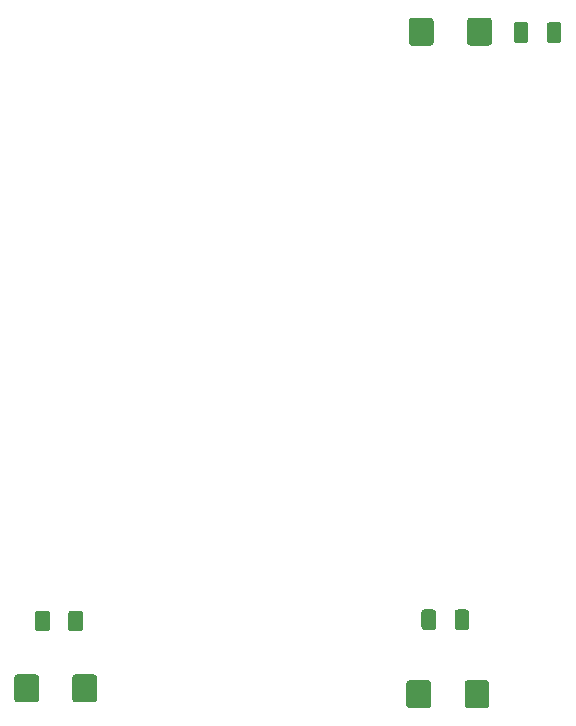
<source format=gbr>
G04 #@! TF.GenerationSoftware,KiCad,Pcbnew,(5.1.5)-3*
G04 #@! TF.CreationDate,2020-07-27T13:18:42+03:00*
G04 #@! TF.ProjectId,BurtleinaBoard,42757274-6c65-4696-9e61-426f6172642e,0.1*
G04 #@! TF.SameCoordinates,Original*
G04 #@! TF.FileFunction,Paste,Top*
G04 #@! TF.FilePolarity,Positive*
%FSLAX46Y46*%
G04 Gerber Fmt 4.6, Leading zero omitted, Abs format (unit mm)*
G04 Created by KiCad (PCBNEW (5.1.5)-3) date 2020-07-27 13:18:42*
%MOMM*%
%LPD*%
G04 APERTURE LIST*
%ADD10C,0.100000*%
G04 APERTURE END LIST*
D10*
G36*
X187179504Y-52616204D02*
G01*
X187203773Y-52619804D01*
X187227571Y-52625765D01*
X187250671Y-52634030D01*
X187272849Y-52644520D01*
X187293893Y-52657133D01*
X187313598Y-52671747D01*
X187331777Y-52688223D01*
X187348253Y-52706402D01*
X187362867Y-52726107D01*
X187375480Y-52747151D01*
X187385970Y-52769329D01*
X187394235Y-52792429D01*
X187400196Y-52816227D01*
X187403796Y-52840496D01*
X187405000Y-52865000D01*
X187405000Y-54115000D01*
X187403796Y-54139504D01*
X187400196Y-54163773D01*
X187394235Y-54187571D01*
X187385970Y-54210671D01*
X187375480Y-54232849D01*
X187362867Y-54253893D01*
X187348253Y-54273598D01*
X187331777Y-54291777D01*
X187313598Y-54308253D01*
X187293893Y-54322867D01*
X187272849Y-54335480D01*
X187250671Y-54345970D01*
X187227571Y-54354235D01*
X187203773Y-54360196D01*
X187179504Y-54363796D01*
X187155000Y-54365000D01*
X186405000Y-54365000D01*
X186380496Y-54363796D01*
X186356227Y-54360196D01*
X186332429Y-54354235D01*
X186309329Y-54345970D01*
X186287151Y-54335480D01*
X186266107Y-54322867D01*
X186246402Y-54308253D01*
X186228223Y-54291777D01*
X186211747Y-54273598D01*
X186197133Y-54253893D01*
X186184520Y-54232849D01*
X186174030Y-54210671D01*
X186165765Y-54187571D01*
X186159804Y-54163773D01*
X186156204Y-54139504D01*
X186155000Y-54115000D01*
X186155000Y-52865000D01*
X186156204Y-52840496D01*
X186159804Y-52816227D01*
X186165765Y-52792429D01*
X186174030Y-52769329D01*
X186184520Y-52747151D01*
X186197133Y-52726107D01*
X186211747Y-52706402D01*
X186228223Y-52688223D01*
X186246402Y-52671747D01*
X186266107Y-52657133D01*
X186287151Y-52644520D01*
X186309329Y-52634030D01*
X186332429Y-52625765D01*
X186356227Y-52619804D01*
X186380496Y-52616204D01*
X186405000Y-52615000D01*
X187155000Y-52615000D01*
X187179504Y-52616204D01*
G37*
G36*
X189979504Y-52616204D02*
G01*
X190003773Y-52619804D01*
X190027571Y-52625765D01*
X190050671Y-52634030D01*
X190072849Y-52644520D01*
X190093893Y-52657133D01*
X190113598Y-52671747D01*
X190131777Y-52688223D01*
X190148253Y-52706402D01*
X190162867Y-52726107D01*
X190175480Y-52747151D01*
X190185970Y-52769329D01*
X190194235Y-52792429D01*
X190200196Y-52816227D01*
X190203796Y-52840496D01*
X190205000Y-52865000D01*
X190205000Y-54115000D01*
X190203796Y-54139504D01*
X190200196Y-54163773D01*
X190194235Y-54187571D01*
X190185970Y-54210671D01*
X190175480Y-54232849D01*
X190162867Y-54253893D01*
X190148253Y-54273598D01*
X190131777Y-54291777D01*
X190113598Y-54308253D01*
X190093893Y-54322867D01*
X190072849Y-54335480D01*
X190050671Y-54345970D01*
X190027571Y-54354235D01*
X190003773Y-54360196D01*
X189979504Y-54363796D01*
X189955000Y-54365000D01*
X189205000Y-54365000D01*
X189180496Y-54363796D01*
X189156227Y-54360196D01*
X189132429Y-54354235D01*
X189109329Y-54345970D01*
X189087151Y-54335480D01*
X189066107Y-54322867D01*
X189046402Y-54308253D01*
X189028223Y-54291777D01*
X189011747Y-54273598D01*
X188997133Y-54253893D01*
X188984520Y-54232849D01*
X188974030Y-54210671D01*
X188965765Y-54187571D01*
X188959804Y-54163773D01*
X188956204Y-54139504D01*
X188955000Y-54115000D01*
X188955000Y-52865000D01*
X188956204Y-52840496D01*
X188959804Y-52816227D01*
X188965765Y-52792429D01*
X188974030Y-52769329D01*
X188984520Y-52747151D01*
X188997133Y-52726107D01*
X189011747Y-52706402D01*
X189028223Y-52688223D01*
X189046402Y-52671747D01*
X189066107Y-52657133D01*
X189087151Y-52644520D01*
X189109329Y-52634030D01*
X189132429Y-52625765D01*
X189156227Y-52619804D01*
X189180496Y-52616204D01*
X189205000Y-52615000D01*
X189955000Y-52615000D01*
X189979504Y-52616204D01*
G37*
G36*
X179147004Y-52236204D02*
G01*
X179171273Y-52239804D01*
X179195071Y-52245765D01*
X179218171Y-52254030D01*
X179240349Y-52264520D01*
X179261393Y-52277133D01*
X179281098Y-52291747D01*
X179299277Y-52308223D01*
X179315753Y-52326402D01*
X179330367Y-52346107D01*
X179342980Y-52367151D01*
X179353470Y-52389329D01*
X179361735Y-52412429D01*
X179367696Y-52436227D01*
X179371296Y-52460496D01*
X179372500Y-52485000D01*
X179372500Y-54335000D01*
X179371296Y-54359504D01*
X179367696Y-54383773D01*
X179361735Y-54407571D01*
X179353470Y-54430671D01*
X179342980Y-54452849D01*
X179330367Y-54473893D01*
X179315753Y-54493598D01*
X179299277Y-54511777D01*
X179281098Y-54528253D01*
X179261393Y-54542867D01*
X179240349Y-54555480D01*
X179218171Y-54565970D01*
X179195071Y-54574235D01*
X179171273Y-54580196D01*
X179147004Y-54583796D01*
X179122500Y-54585000D01*
X177547500Y-54585000D01*
X177522996Y-54583796D01*
X177498727Y-54580196D01*
X177474929Y-54574235D01*
X177451829Y-54565970D01*
X177429651Y-54555480D01*
X177408607Y-54542867D01*
X177388902Y-54528253D01*
X177370723Y-54511777D01*
X177354247Y-54493598D01*
X177339633Y-54473893D01*
X177327020Y-54452849D01*
X177316530Y-54430671D01*
X177308265Y-54407571D01*
X177302304Y-54383773D01*
X177298704Y-54359504D01*
X177297500Y-54335000D01*
X177297500Y-52485000D01*
X177298704Y-52460496D01*
X177302304Y-52436227D01*
X177308265Y-52412429D01*
X177316530Y-52389329D01*
X177327020Y-52367151D01*
X177339633Y-52346107D01*
X177354247Y-52326402D01*
X177370723Y-52308223D01*
X177388902Y-52291747D01*
X177408607Y-52277133D01*
X177429651Y-52264520D01*
X177451829Y-52254030D01*
X177474929Y-52245765D01*
X177498727Y-52239804D01*
X177522996Y-52236204D01*
X177547500Y-52235000D01*
X179122500Y-52235000D01*
X179147004Y-52236204D01*
G37*
G36*
X184072004Y-52236204D02*
G01*
X184096273Y-52239804D01*
X184120071Y-52245765D01*
X184143171Y-52254030D01*
X184165349Y-52264520D01*
X184186393Y-52277133D01*
X184206098Y-52291747D01*
X184224277Y-52308223D01*
X184240753Y-52326402D01*
X184255367Y-52346107D01*
X184267980Y-52367151D01*
X184278470Y-52389329D01*
X184286735Y-52412429D01*
X184292696Y-52436227D01*
X184296296Y-52460496D01*
X184297500Y-52485000D01*
X184297500Y-54335000D01*
X184296296Y-54359504D01*
X184292696Y-54383773D01*
X184286735Y-54407571D01*
X184278470Y-54430671D01*
X184267980Y-54452849D01*
X184255367Y-54473893D01*
X184240753Y-54493598D01*
X184224277Y-54511777D01*
X184206098Y-54528253D01*
X184186393Y-54542867D01*
X184165349Y-54555480D01*
X184143171Y-54565970D01*
X184120071Y-54574235D01*
X184096273Y-54580196D01*
X184072004Y-54583796D01*
X184047500Y-54585000D01*
X182472500Y-54585000D01*
X182447996Y-54583796D01*
X182423727Y-54580196D01*
X182399929Y-54574235D01*
X182376829Y-54565970D01*
X182354651Y-54555480D01*
X182333607Y-54542867D01*
X182313902Y-54528253D01*
X182295723Y-54511777D01*
X182279247Y-54493598D01*
X182264633Y-54473893D01*
X182252020Y-54452849D01*
X182241530Y-54430671D01*
X182233265Y-54407571D01*
X182227304Y-54383773D01*
X182223704Y-54359504D01*
X182222500Y-54335000D01*
X182222500Y-52485000D01*
X182223704Y-52460496D01*
X182227304Y-52436227D01*
X182233265Y-52412429D01*
X182241530Y-52389329D01*
X182252020Y-52367151D01*
X182264633Y-52346107D01*
X182279247Y-52326402D01*
X182295723Y-52308223D01*
X182313902Y-52291747D01*
X182333607Y-52277133D01*
X182354651Y-52264520D01*
X182376829Y-52254030D01*
X182399929Y-52245765D01*
X182423727Y-52239804D01*
X182447996Y-52236204D01*
X182472500Y-52235000D01*
X184047500Y-52235000D01*
X184072004Y-52236204D01*
G37*
G36*
X182179504Y-102336204D02*
G01*
X182203773Y-102339804D01*
X182227571Y-102345765D01*
X182250671Y-102354030D01*
X182272849Y-102364520D01*
X182293893Y-102377133D01*
X182313598Y-102391747D01*
X182331777Y-102408223D01*
X182348253Y-102426402D01*
X182362867Y-102446107D01*
X182375480Y-102467151D01*
X182385970Y-102489329D01*
X182394235Y-102512429D01*
X182400196Y-102536227D01*
X182403796Y-102560496D01*
X182405000Y-102585000D01*
X182405000Y-103835000D01*
X182403796Y-103859504D01*
X182400196Y-103883773D01*
X182394235Y-103907571D01*
X182385970Y-103930671D01*
X182375480Y-103952849D01*
X182362867Y-103973893D01*
X182348253Y-103993598D01*
X182331777Y-104011777D01*
X182313598Y-104028253D01*
X182293893Y-104042867D01*
X182272849Y-104055480D01*
X182250671Y-104065970D01*
X182227571Y-104074235D01*
X182203773Y-104080196D01*
X182179504Y-104083796D01*
X182155000Y-104085000D01*
X181405000Y-104085000D01*
X181380496Y-104083796D01*
X181356227Y-104080196D01*
X181332429Y-104074235D01*
X181309329Y-104065970D01*
X181287151Y-104055480D01*
X181266107Y-104042867D01*
X181246402Y-104028253D01*
X181228223Y-104011777D01*
X181211747Y-103993598D01*
X181197133Y-103973893D01*
X181184520Y-103952849D01*
X181174030Y-103930671D01*
X181165765Y-103907571D01*
X181159804Y-103883773D01*
X181156204Y-103859504D01*
X181155000Y-103835000D01*
X181155000Y-102585000D01*
X181156204Y-102560496D01*
X181159804Y-102536227D01*
X181165765Y-102512429D01*
X181174030Y-102489329D01*
X181184520Y-102467151D01*
X181197133Y-102446107D01*
X181211747Y-102426402D01*
X181228223Y-102408223D01*
X181246402Y-102391747D01*
X181266107Y-102377133D01*
X181287151Y-102364520D01*
X181309329Y-102354030D01*
X181332429Y-102345765D01*
X181356227Y-102339804D01*
X181380496Y-102336204D01*
X181405000Y-102335000D01*
X182155000Y-102335000D01*
X182179504Y-102336204D01*
G37*
G36*
X179379504Y-102336204D02*
G01*
X179403773Y-102339804D01*
X179427571Y-102345765D01*
X179450671Y-102354030D01*
X179472849Y-102364520D01*
X179493893Y-102377133D01*
X179513598Y-102391747D01*
X179531777Y-102408223D01*
X179548253Y-102426402D01*
X179562867Y-102446107D01*
X179575480Y-102467151D01*
X179585970Y-102489329D01*
X179594235Y-102512429D01*
X179600196Y-102536227D01*
X179603796Y-102560496D01*
X179605000Y-102585000D01*
X179605000Y-103835000D01*
X179603796Y-103859504D01*
X179600196Y-103883773D01*
X179594235Y-103907571D01*
X179585970Y-103930671D01*
X179575480Y-103952849D01*
X179562867Y-103973893D01*
X179548253Y-103993598D01*
X179531777Y-104011777D01*
X179513598Y-104028253D01*
X179493893Y-104042867D01*
X179472849Y-104055480D01*
X179450671Y-104065970D01*
X179427571Y-104074235D01*
X179403773Y-104080196D01*
X179379504Y-104083796D01*
X179355000Y-104085000D01*
X178605000Y-104085000D01*
X178580496Y-104083796D01*
X178556227Y-104080196D01*
X178532429Y-104074235D01*
X178509329Y-104065970D01*
X178487151Y-104055480D01*
X178466107Y-104042867D01*
X178446402Y-104028253D01*
X178428223Y-104011777D01*
X178411747Y-103993598D01*
X178397133Y-103973893D01*
X178384520Y-103952849D01*
X178374030Y-103930671D01*
X178365765Y-103907571D01*
X178359804Y-103883773D01*
X178356204Y-103859504D01*
X178355000Y-103835000D01*
X178355000Y-102585000D01*
X178356204Y-102560496D01*
X178359804Y-102536227D01*
X178365765Y-102512429D01*
X178374030Y-102489329D01*
X178384520Y-102467151D01*
X178397133Y-102446107D01*
X178411747Y-102426402D01*
X178428223Y-102408223D01*
X178446402Y-102391747D01*
X178466107Y-102377133D01*
X178487151Y-102364520D01*
X178509329Y-102354030D01*
X178532429Y-102345765D01*
X178556227Y-102339804D01*
X178580496Y-102336204D01*
X178605000Y-102335000D01*
X179355000Y-102335000D01*
X179379504Y-102336204D01*
G37*
G36*
X183854504Y-108336204D02*
G01*
X183878773Y-108339804D01*
X183902571Y-108345765D01*
X183925671Y-108354030D01*
X183947849Y-108364520D01*
X183968893Y-108377133D01*
X183988598Y-108391747D01*
X184006777Y-108408223D01*
X184023253Y-108426402D01*
X184037867Y-108446107D01*
X184050480Y-108467151D01*
X184060970Y-108489329D01*
X184069235Y-108512429D01*
X184075196Y-108536227D01*
X184078796Y-108560496D01*
X184080000Y-108585000D01*
X184080000Y-110435000D01*
X184078796Y-110459504D01*
X184075196Y-110483773D01*
X184069235Y-110507571D01*
X184060970Y-110530671D01*
X184050480Y-110552849D01*
X184037867Y-110573893D01*
X184023253Y-110593598D01*
X184006777Y-110611777D01*
X183988598Y-110628253D01*
X183968893Y-110642867D01*
X183947849Y-110655480D01*
X183925671Y-110665970D01*
X183902571Y-110674235D01*
X183878773Y-110680196D01*
X183854504Y-110683796D01*
X183830000Y-110685000D01*
X182255000Y-110685000D01*
X182230496Y-110683796D01*
X182206227Y-110680196D01*
X182182429Y-110674235D01*
X182159329Y-110665970D01*
X182137151Y-110655480D01*
X182116107Y-110642867D01*
X182096402Y-110628253D01*
X182078223Y-110611777D01*
X182061747Y-110593598D01*
X182047133Y-110573893D01*
X182034520Y-110552849D01*
X182024030Y-110530671D01*
X182015765Y-110507571D01*
X182009804Y-110483773D01*
X182006204Y-110459504D01*
X182005000Y-110435000D01*
X182005000Y-108585000D01*
X182006204Y-108560496D01*
X182009804Y-108536227D01*
X182015765Y-108512429D01*
X182024030Y-108489329D01*
X182034520Y-108467151D01*
X182047133Y-108446107D01*
X182061747Y-108426402D01*
X182078223Y-108408223D01*
X182096402Y-108391747D01*
X182116107Y-108377133D01*
X182137151Y-108364520D01*
X182159329Y-108354030D01*
X182182429Y-108345765D01*
X182206227Y-108339804D01*
X182230496Y-108336204D01*
X182255000Y-108335000D01*
X183830000Y-108335000D01*
X183854504Y-108336204D01*
G37*
G36*
X178929504Y-108336204D02*
G01*
X178953773Y-108339804D01*
X178977571Y-108345765D01*
X179000671Y-108354030D01*
X179022849Y-108364520D01*
X179043893Y-108377133D01*
X179063598Y-108391747D01*
X179081777Y-108408223D01*
X179098253Y-108426402D01*
X179112867Y-108446107D01*
X179125480Y-108467151D01*
X179135970Y-108489329D01*
X179144235Y-108512429D01*
X179150196Y-108536227D01*
X179153796Y-108560496D01*
X179155000Y-108585000D01*
X179155000Y-110435000D01*
X179153796Y-110459504D01*
X179150196Y-110483773D01*
X179144235Y-110507571D01*
X179135970Y-110530671D01*
X179125480Y-110552849D01*
X179112867Y-110573893D01*
X179098253Y-110593598D01*
X179081777Y-110611777D01*
X179063598Y-110628253D01*
X179043893Y-110642867D01*
X179022849Y-110655480D01*
X179000671Y-110665970D01*
X178977571Y-110674235D01*
X178953773Y-110680196D01*
X178929504Y-110683796D01*
X178905000Y-110685000D01*
X177330000Y-110685000D01*
X177305496Y-110683796D01*
X177281227Y-110680196D01*
X177257429Y-110674235D01*
X177234329Y-110665970D01*
X177212151Y-110655480D01*
X177191107Y-110642867D01*
X177171402Y-110628253D01*
X177153223Y-110611777D01*
X177136747Y-110593598D01*
X177122133Y-110573893D01*
X177109520Y-110552849D01*
X177099030Y-110530671D01*
X177090765Y-110507571D01*
X177084804Y-110483773D01*
X177081204Y-110459504D01*
X177080000Y-110435000D01*
X177080000Y-108585000D01*
X177081204Y-108560496D01*
X177084804Y-108536227D01*
X177090765Y-108512429D01*
X177099030Y-108489329D01*
X177109520Y-108467151D01*
X177122133Y-108446107D01*
X177136747Y-108426402D01*
X177153223Y-108408223D01*
X177171402Y-108391747D01*
X177191107Y-108377133D01*
X177212151Y-108364520D01*
X177234329Y-108354030D01*
X177257429Y-108345765D01*
X177281227Y-108339804D01*
X177305496Y-108336204D01*
X177330000Y-108335000D01*
X178905000Y-108335000D01*
X178929504Y-108336204D01*
G37*
G36*
X146679504Y-102436204D02*
G01*
X146703773Y-102439804D01*
X146727571Y-102445765D01*
X146750671Y-102454030D01*
X146772849Y-102464520D01*
X146793893Y-102477133D01*
X146813598Y-102491747D01*
X146831777Y-102508223D01*
X146848253Y-102526402D01*
X146862867Y-102546107D01*
X146875480Y-102567151D01*
X146885970Y-102589329D01*
X146894235Y-102612429D01*
X146900196Y-102636227D01*
X146903796Y-102660496D01*
X146905000Y-102685000D01*
X146905000Y-103935000D01*
X146903796Y-103959504D01*
X146900196Y-103983773D01*
X146894235Y-104007571D01*
X146885970Y-104030671D01*
X146875480Y-104052849D01*
X146862867Y-104073893D01*
X146848253Y-104093598D01*
X146831777Y-104111777D01*
X146813598Y-104128253D01*
X146793893Y-104142867D01*
X146772849Y-104155480D01*
X146750671Y-104165970D01*
X146727571Y-104174235D01*
X146703773Y-104180196D01*
X146679504Y-104183796D01*
X146655000Y-104185000D01*
X145905000Y-104185000D01*
X145880496Y-104183796D01*
X145856227Y-104180196D01*
X145832429Y-104174235D01*
X145809329Y-104165970D01*
X145787151Y-104155480D01*
X145766107Y-104142867D01*
X145746402Y-104128253D01*
X145728223Y-104111777D01*
X145711747Y-104093598D01*
X145697133Y-104073893D01*
X145684520Y-104052849D01*
X145674030Y-104030671D01*
X145665765Y-104007571D01*
X145659804Y-103983773D01*
X145656204Y-103959504D01*
X145655000Y-103935000D01*
X145655000Y-102685000D01*
X145656204Y-102660496D01*
X145659804Y-102636227D01*
X145665765Y-102612429D01*
X145674030Y-102589329D01*
X145684520Y-102567151D01*
X145697133Y-102546107D01*
X145711747Y-102526402D01*
X145728223Y-102508223D01*
X145746402Y-102491747D01*
X145766107Y-102477133D01*
X145787151Y-102464520D01*
X145809329Y-102454030D01*
X145832429Y-102445765D01*
X145856227Y-102439804D01*
X145880496Y-102436204D01*
X145905000Y-102435000D01*
X146655000Y-102435000D01*
X146679504Y-102436204D01*
G37*
G36*
X149479504Y-102436204D02*
G01*
X149503773Y-102439804D01*
X149527571Y-102445765D01*
X149550671Y-102454030D01*
X149572849Y-102464520D01*
X149593893Y-102477133D01*
X149613598Y-102491747D01*
X149631777Y-102508223D01*
X149648253Y-102526402D01*
X149662867Y-102546107D01*
X149675480Y-102567151D01*
X149685970Y-102589329D01*
X149694235Y-102612429D01*
X149700196Y-102636227D01*
X149703796Y-102660496D01*
X149705000Y-102685000D01*
X149705000Y-103935000D01*
X149703796Y-103959504D01*
X149700196Y-103983773D01*
X149694235Y-104007571D01*
X149685970Y-104030671D01*
X149675480Y-104052849D01*
X149662867Y-104073893D01*
X149648253Y-104093598D01*
X149631777Y-104111777D01*
X149613598Y-104128253D01*
X149593893Y-104142867D01*
X149572849Y-104155480D01*
X149550671Y-104165970D01*
X149527571Y-104174235D01*
X149503773Y-104180196D01*
X149479504Y-104183796D01*
X149455000Y-104185000D01*
X148705000Y-104185000D01*
X148680496Y-104183796D01*
X148656227Y-104180196D01*
X148632429Y-104174235D01*
X148609329Y-104165970D01*
X148587151Y-104155480D01*
X148566107Y-104142867D01*
X148546402Y-104128253D01*
X148528223Y-104111777D01*
X148511747Y-104093598D01*
X148497133Y-104073893D01*
X148484520Y-104052849D01*
X148474030Y-104030671D01*
X148465765Y-104007571D01*
X148459804Y-103983773D01*
X148456204Y-103959504D01*
X148455000Y-103935000D01*
X148455000Y-102685000D01*
X148456204Y-102660496D01*
X148459804Y-102636227D01*
X148465765Y-102612429D01*
X148474030Y-102589329D01*
X148484520Y-102567151D01*
X148497133Y-102546107D01*
X148511747Y-102526402D01*
X148528223Y-102508223D01*
X148546402Y-102491747D01*
X148566107Y-102477133D01*
X148587151Y-102464520D01*
X148609329Y-102454030D01*
X148632429Y-102445765D01*
X148656227Y-102439804D01*
X148680496Y-102436204D01*
X148705000Y-102435000D01*
X149455000Y-102435000D01*
X149479504Y-102436204D01*
G37*
G36*
X150654504Y-107836204D02*
G01*
X150678773Y-107839804D01*
X150702571Y-107845765D01*
X150725671Y-107854030D01*
X150747849Y-107864520D01*
X150768893Y-107877133D01*
X150788598Y-107891747D01*
X150806777Y-107908223D01*
X150823253Y-107926402D01*
X150837867Y-107946107D01*
X150850480Y-107967151D01*
X150860970Y-107989329D01*
X150869235Y-108012429D01*
X150875196Y-108036227D01*
X150878796Y-108060496D01*
X150880000Y-108085000D01*
X150880000Y-109935000D01*
X150878796Y-109959504D01*
X150875196Y-109983773D01*
X150869235Y-110007571D01*
X150860970Y-110030671D01*
X150850480Y-110052849D01*
X150837867Y-110073893D01*
X150823253Y-110093598D01*
X150806777Y-110111777D01*
X150788598Y-110128253D01*
X150768893Y-110142867D01*
X150747849Y-110155480D01*
X150725671Y-110165970D01*
X150702571Y-110174235D01*
X150678773Y-110180196D01*
X150654504Y-110183796D01*
X150630000Y-110185000D01*
X149055000Y-110185000D01*
X149030496Y-110183796D01*
X149006227Y-110180196D01*
X148982429Y-110174235D01*
X148959329Y-110165970D01*
X148937151Y-110155480D01*
X148916107Y-110142867D01*
X148896402Y-110128253D01*
X148878223Y-110111777D01*
X148861747Y-110093598D01*
X148847133Y-110073893D01*
X148834520Y-110052849D01*
X148824030Y-110030671D01*
X148815765Y-110007571D01*
X148809804Y-109983773D01*
X148806204Y-109959504D01*
X148805000Y-109935000D01*
X148805000Y-108085000D01*
X148806204Y-108060496D01*
X148809804Y-108036227D01*
X148815765Y-108012429D01*
X148824030Y-107989329D01*
X148834520Y-107967151D01*
X148847133Y-107946107D01*
X148861747Y-107926402D01*
X148878223Y-107908223D01*
X148896402Y-107891747D01*
X148916107Y-107877133D01*
X148937151Y-107864520D01*
X148959329Y-107854030D01*
X148982429Y-107845765D01*
X149006227Y-107839804D01*
X149030496Y-107836204D01*
X149055000Y-107835000D01*
X150630000Y-107835000D01*
X150654504Y-107836204D01*
G37*
G36*
X145729504Y-107836204D02*
G01*
X145753773Y-107839804D01*
X145777571Y-107845765D01*
X145800671Y-107854030D01*
X145822849Y-107864520D01*
X145843893Y-107877133D01*
X145863598Y-107891747D01*
X145881777Y-107908223D01*
X145898253Y-107926402D01*
X145912867Y-107946107D01*
X145925480Y-107967151D01*
X145935970Y-107989329D01*
X145944235Y-108012429D01*
X145950196Y-108036227D01*
X145953796Y-108060496D01*
X145955000Y-108085000D01*
X145955000Y-109935000D01*
X145953796Y-109959504D01*
X145950196Y-109983773D01*
X145944235Y-110007571D01*
X145935970Y-110030671D01*
X145925480Y-110052849D01*
X145912867Y-110073893D01*
X145898253Y-110093598D01*
X145881777Y-110111777D01*
X145863598Y-110128253D01*
X145843893Y-110142867D01*
X145822849Y-110155480D01*
X145800671Y-110165970D01*
X145777571Y-110174235D01*
X145753773Y-110180196D01*
X145729504Y-110183796D01*
X145705000Y-110185000D01*
X144130000Y-110185000D01*
X144105496Y-110183796D01*
X144081227Y-110180196D01*
X144057429Y-110174235D01*
X144034329Y-110165970D01*
X144012151Y-110155480D01*
X143991107Y-110142867D01*
X143971402Y-110128253D01*
X143953223Y-110111777D01*
X143936747Y-110093598D01*
X143922133Y-110073893D01*
X143909520Y-110052849D01*
X143899030Y-110030671D01*
X143890765Y-110007571D01*
X143884804Y-109983773D01*
X143881204Y-109959504D01*
X143880000Y-109935000D01*
X143880000Y-108085000D01*
X143881204Y-108060496D01*
X143884804Y-108036227D01*
X143890765Y-108012429D01*
X143899030Y-107989329D01*
X143909520Y-107967151D01*
X143922133Y-107946107D01*
X143936747Y-107926402D01*
X143953223Y-107908223D01*
X143971402Y-107891747D01*
X143991107Y-107877133D01*
X144012151Y-107864520D01*
X144034329Y-107854030D01*
X144057429Y-107845765D01*
X144081227Y-107839804D01*
X144105496Y-107836204D01*
X144130000Y-107835000D01*
X145705000Y-107835000D01*
X145729504Y-107836204D01*
G37*
M02*

</source>
